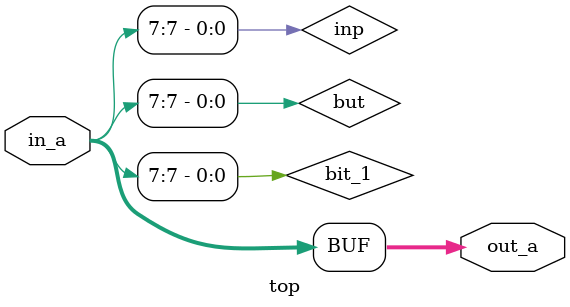
<source format=sv>
module top (
	output logic [7:0] out_a,
	input logic [7:0] in_a
);

	logic bit_1;
	logic but;
	logic inp;

	assign inp = in_a[7];
	assign out_a = {inp, in_a[6], in_a[5], in_a[4], in_a[3], in_a[2], in_a[1], in_a[0]};

	assign bit_1 = inp;
	assign but = inp;
endmodule



</source>
